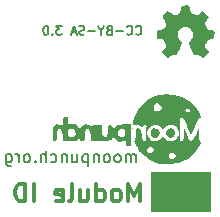
<source format=gbo>
G04 (created by PCBNEW (2013-may-18)-stable) date Sat 15 Aug 2015 05:53:37 PM CST*
%MOIN*%
G04 Gerber Fmt 3.4, Leading zero omitted, Abs format*
%FSLAX34Y34*%
G01*
G70*
G90*
G04 APERTURE LIST*
%ADD10C,0.00590551*%
%ADD11C,0.011811*%
%ADD12C,0.00787402*%
%ADD13C,0.0075*%
%ADD14C,0.0001*%
G04 APERTURE END LIST*
G54D10*
G54D11*
X83641Y-58073D02*
X83641Y-57483D01*
X83444Y-57904D01*
X83248Y-57483D01*
X83248Y-58073D01*
X82882Y-58073D02*
X82938Y-58045D01*
X82966Y-58017D01*
X82994Y-57961D01*
X82994Y-57792D01*
X82966Y-57736D01*
X82938Y-57708D01*
X82882Y-57679D01*
X82798Y-57679D01*
X82741Y-57708D01*
X82713Y-57736D01*
X82685Y-57792D01*
X82685Y-57961D01*
X82713Y-58017D01*
X82741Y-58045D01*
X82798Y-58073D01*
X82882Y-58073D01*
X82179Y-58073D02*
X82179Y-57483D01*
X82179Y-58045D02*
X82235Y-58073D01*
X82348Y-58073D01*
X82404Y-58045D01*
X82432Y-58017D01*
X82460Y-57961D01*
X82460Y-57792D01*
X82432Y-57736D01*
X82404Y-57708D01*
X82348Y-57679D01*
X82235Y-57679D01*
X82179Y-57708D01*
X81645Y-57679D02*
X81645Y-58073D01*
X81898Y-57679D02*
X81898Y-57989D01*
X81870Y-58045D01*
X81813Y-58073D01*
X81729Y-58073D01*
X81673Y-58045D01*
X81645Y-58017D01*
X81279Y-58073D02*
X81335Y-58045D01*
X81363Y-57989D01*
X81363Y-57483D01*
X80829Y-58045D02*
X80885Y-58073D01*
X80998Y-58073D01*
X81054Y-58045D01*
X81082Y-57989D01*
X81082Y-57764D01*
X81054Y-57708D01*
X80998Y-57679D01*
X80885Y-57679D01*
X80829Y-57708D01*
X80801Y-57764D01*
X80801Y-57820D01*
X81082Y-57876D01*
X80098Y-58073D02*
X80098Y-57483D01*
X79817Y-58073D02*
X79817Y-57483D01*
X79676Y-57483D01*
X79592Y-57511D01*
X79535Y-57567D01*
X79507Y-57623D01*
X79479Y-57736D01*
X79479Y-57820D01*
X79507Y-57933D01*
X79535Y-57989D01*
X79592Y-58045D01*
X79676Y-58073D01*
X79817Y-58073D01*
G54D12*
X83494Y-56773D02*
X83494Y-56511D01*
X83494Y-56548D02*
X83475Y-56529D01*
X83438Y-56511D01*
X83382Y-56511D01*
X83344Y-56529D01*
X83325Y-56567D01*
X83325Y-56773D01*
X83325Y-56567D02*
X83307Y-56529D01*
X83269Y-56511D01*
X83213Y-56511D01*
X83175Y-56529D01*
X83157Y-56567D01*
X83157Y-56773D01*
X82913Y-56773D02*
X82950Y-56754D01*
X82969Y-56736D01*
X82988Y-56698D01*
X82988Y-56586D01*
X82969Y-56548D01*
X82950Y-56529D01*
X82913Y-56511D01*
X82857Y-56511D01*
X82819Y-56529D01*
X82800Y-56548D01*
X82782Y-56586D01*
X82782Y-56698D01*
X82800Y-56736D01*
X82819Y-56754D01*
X82857Y-56773D01*
X82913Y-56773D01*
X82557Y-56773D02*
X82594Y-56754D01*
X82613Y-56736D01*
X82632Y-56698D01*
X82632Y-56586D01*
X82613Y-56548D01*
X82594Y-56529D01*
X82557Y-56511D01*
X82500Y-56511D01*
X82463Y-56529D01*
X82444Y-56548D01*
X82425Y-56586D01*
X82425Y-56698D01*
X82444Y-56736D01*
X82463Y-56754D01*
X82500Y-56773D01*
X82557Y-56773D01*
X82257Y-56511D02*
X82257Y-56773D01*
X82257Y-56548D02*
X82238Y-56529D01*
X82200Y-56511D01*
X82144Y-56511D01*
X82107Y-56529D01*
X82088Y-56567D01*
X82088Y-56773D01*
X81901Y-56511D02*
X81901Y-56904D01*
X81901Y-56529D02*
X81863Y-56511D01*
X81788Y-56511D01*
X81751Y-56529D01*
X81732Y-56548D01*
X81713Y-56586D01*
X81713Y-56698D01*
X81732Y-56736D01*
X81751Y-56754D01*
X81788Y-56773D01*
X81863Y-56773D01*
X81901Y-56754D01*
X81376Y-56511D02*
X81376Y-56773D01*
X81544Y-56511D02*
X81544Y-56717D01*
X81526Y-56754D01*
X81488Y-56773D01*
X81432Y-56773D01*
X81394Y-56754D01*
X81376Y-56736D01*
X81188Y-56511D02*
X81188Y-56773D01*
X81188Y-56548D02*
X81169Y-56529D01*
X81132Y-56511D01*
X81076Y-56511D01*
X81038Y-56529D01*
X81019Y-56567D01*
X81019Y-56773D01*
X80663Y-56754D02*
X80701Y-56773D01*
X80776Y-56773D01*
X80813Y-56754D01*
X80832Y-56736D01*
X80851Y-56698D01*
X80851Y-56586D01*
X80832Y-56548D01*
X80813Y-56529D01*
X80776Y-56511D01*
X80701Y-56511D01*
X80663Y-56529D01*
X80494Y-56773D02*
X80494Y-56379D01*
X80326Y-56773D02*
X80326Y-56567D01*
X80344Y-56529D01*
X80382Y-56511D01*
X80438Y-56511D01*
X80476Y-56529D01*
X80494Y-56548D01*
X80138Y-56736D02*
X80119Y-56754D01*
X80138Y-56773D01*
X80157Y-56754D01*
X80138Y-56736D01*
X80138Y-56773D01*
X79895Y-56773D02*
X79932Y-56754D01*
X79951Y-56736D01*
X79970Y-56698D01*
X79970Y-56586D01*
X79951Y-56548D01*
X79932Y-56529D01*
X79895Y-56511D01*
X79838Y-56511D01*
X79801Y-56529D01*
X79782Y-56548D01*
X79763Y-56586D01*
X79763Y-56698D01*
X79782Y-56736D01*
X79801Y-56754D01*
X79838Y-56773D01*
X79895Y-56773D01*
X79595Y-56773D02*
X79595Y-56511D01*
X79595Y-56586D02*
X79576Y-56548D01*
X79557Y-56529D01*
X79520Y-56511D01*
X79482Y-56511D01*
X79182Y-56511D02*
X79182Y-56829D01*
X79201Y-56867D01*
X79220Y-56886D01*
X79257Y-56904D01*
X79313Y-56904D01*
X79351Y-56886D01*
X79182Y-56754D02*
X79220Y-56773D01*
X79295Y-56773D01*
X79332Y-56754D01*
X79351Y-56736D01*
X79370Y-56698D01*
X79370Y-56586D01*
X79351Y-56548D01*
X79332Y-56529D01*
X79295Y-56511D01*
X79220Y-56511D01*
X79182Y-56529D01*
G54D13*
X83497Y-52494D02*
X83511Y-52508D01*
X83554Y-52523D01*
X83582Y-52523D01*
X83625Y-52508D01*
X83654Y-52480D01*
X83668Y-52451D01*
X83682Y-52394D01*
X83682Y-52351D01*
X83668Y-52294D01*
X83654Y-52265D01*
X83625Y-52237D01*
X83582Y-52223D01*
X83554Y-52223D01*
X83511Y-52237D01*
X83497Y-52251D01*
X83197Y-52494D02*
X83211Y-52508D01*
X83254Y-52523D01*
X83282Y-52523D01*
X83325Y-52508D01*
X83354Y-52480D01*
X83368Y-52451D01*
X83382Y-52394D01*
X83382Y-52351D01*
X83368Y-52294D01*
X83354Y-52265D01*
X83325Y-52237D01*
X83282Y-52223D01*
X83254Y-52223D01*
X83211Y-52237D01*
X83197Y-52251D01*
X83068Y-52408D02*
X82840Y-52408D01*
X82597Y-52365D02*
X82554Y-52380D01*
X82540Y-52394D01*
X82525Y-52423D01*
X82525Y-52465D01*
X82540Y-52494D01*
X82554Y-52508D01*
X82582Y-52523D01*
X82697Y-52523D01*
X82697Y-52223D01*
X82597Y-52223D01*
X82568Y-52237D01*
X82554Y-52251D01*
X82540Y-52280D01*
X82540Y-52308D01*
X82554Y-52337D01*
X82568Y-52351D01*
X82597Y-52365D01*
X82697Y-52365D01*
X82340Y-52380D02*
X82340Y-52523D01*
X82440Y-52223D02*
X82340Y-52380D01*
X82240Y-52223D01*
X82140Y-52408D02*
X81911Y-52408D01*
X81782Y-52508D02*
X81740Y-52523D01*
X81668Y-52523D01*
X81640Y-52508D01*
X81625Y-52494D01*
X81611Y-52465D01*
X81611Y-52437D01*
X81625Y-52408D01*
X81640Y-52394D01*
X81668Y-52380D01*
X81725Y-52365D01*
X81754Y-52351D01*
X81768Y-52337D01*
X81782Y-52308D01*
X81782Y-52280D01*
X81768Y-52251D01*
X81754Y-52237D01*
X81725Y-52223D01*
X81654Y-52223D01*
X81611Y-52237D01*
X81497Y-52437D02*
X81354Y-52437D01*
X81525Y-52523D02*
X81425Y-52223D01*
X81325Y-52523D01*
X81025Y-52223D02*
X80840Y-52223D01*
X80940Y-52337D01*
X80897Y-52337D01*
X80868Y-52351D01*
X80854Y-52365D01*
X80840Y-52394D01*
X80840Y-52465D01*
X80854Y-52494D01*
X80868Y-52508D01*
X80897Y-52523D01*
X80982Y-52523D01*
X81011Y-52508D01*
X81025Y-52494D01*
X80711Y-52494D02*
X80697Y-52508D01*
X80711Y-52523D01*
X80725Y-52508D01*
X80711Y-52494D01*
X80711Y-52523D01*
X80511Y-52223D02*
X80482Y-52223D01*
X80454Y-52237D01*
X80440Y-52251D01*
X80425Y-52280D01*
X80411Y-52337D01*
X80411Y-52408D01*
X80425Y-52465D01*
X80440Y-52494D01*
X80454Y-52508D01*
X80482Y-52523D01*
X80511Y-52523D01*
X80540Y-52508D01*
X80554Y-52494D01*
X80568Y-52465D01*
X80582Y-52408D01*
X80582Y-52337D01*
X80568Y-52280D01*
X80554Y-52251D01*
X80540Y-52237D01*
X80511Y-52223D01*
G54D14*
G36*
X86000Y-58422D02*
X85000Y-58422D01*
X84000Y-58422D01*
X84000Y-57755D01*
X84000Y-57089D01*
X85000Y-57089D01*
X86000Y-57089D01*
X86000Y-57755D01*
X86000Y-58422D01*
X86000Y-58422D01*
X86000Y-58422D01*
G37*
G36*
X86120Y-52466D02*
X86117Y-52518D01*
X86106Y-52606D01*
X86080Y-52648D01*
X86022Y-52664D01*
X85997Y-52667D01*
X85910Y-52690D01*
X85853Y-52751D01*
X85834Y-52788D01*
X85802Y-52865D01*
X85804Y-52920D01*
X85842Y-52986D01*
X85856Y-53005D01*
X85931Y-53111D01*
X85839Y-53207D01*
X85747Y-53304D01*
X85650Y-53235D01*
X85568Y-53193D01*
X85496Y-53181D01*
X85490Y-53182D01*
X85451Y-53180D01*
X85414Y-53143D01*
X85372Y-53059D01*
X85346Y-52995D01*
X85264Y-52790D01*
X85344Y-52696D01*
X85411Y-52580D01*
X85412Y-52469D01*
X85346Y-52359D01*
X85326Y-52337D01*
X85214Y-52258D01*
X85103Y-52246D01*
X84996Y-52299D01*
X84972Y-52321D01*
X84903Y-52430D01*
X84891Y-52551D01*
X84935Y-52663D01*
X84969Y-52703D01*
X85049Y-52777D01*
X84964Y-52991D01*
X84916Y-53104D01*
X84880Y-53167D01*
X84845Y-53190D01*
X84808Y-53187D01*
X84723Y-53196D01*
X84652Y-53236D01*
X84566Y-53303D01*
X84474Y-53207D01*
X84382Y-53111D01*
X84450Y-53000D01*
X84492Y-52920D01*
X84498Y-52857D01*
X84473Y-52783D01*
X84425Y-52705D01*
X84353Y-52672D01*
X84317Y-52667D01*
X84247Y-52655D01*
X84213Y-52623D01*
X84199Y-52552D01*
X84196Y-52515D01*
X84193Y-52426D01*
X84210Y-52382D01*
X84266Y-52362D01*
X84319Y-52353D01*
X84413Y-52329D01*
X84464Y-52283D01*
X84488Y-52232D01*
X84505Y-52149D01*
X84481Y-52077D01*
X84456Y-52039D01*
X84404Y-51956D01*
X84398Y-51898D01*
X84438Y-51841D01*
X84470Y-51809D01*
X84550Y-51734D01*
X84682Y-51810D01*
X84766Y-51855D01*
X84819Y-51868D01*
X84868Y-51850D01*
X84902Y-51829D01*
X84964Y-51769D01*
X84990Y-51708D01*
X85004Y-51606D01*
X85056Y-51554D01*
X85156Y-51540D01*
X85157Y-51540D01*
X85240Y-51544D01*
X85280Y-51571D01*
X85301Y-51640D01*
X85306Y-51670D01*
X85334Y-51767D01*
X85388Y-51822D01*
X85424Y-51840D01*
X85497Y-51861D01*
X85559Y-51847D01*
X85624Y-51806D01*
X85728Y-51732D01*
X85825Y-51824D01*
X85922Y-51917D01*
X85852Y-52030D01*
X85809Y-52113D01*
X85803Y-52178D01*
X85823Y-52238D01*
X85867Y-52308D01*
X85942Y-52346D01*
X85995Y-52357D01*
X86078Y-52374D01*
X86114Y-52403D01*
X86120Y-52466D01*
X86120Y-52466D01*
X86120Y-52466D01*
G37*
G36*
X85679Y-55288D02*
X85665Y-55288D01*
X85638Y-55284D01*
X85608Y-55310D01*
X85568Y-55375D01*
X85515Y-55488D01*
X85460Y-55611D01*
X85407Y-55725D01*
X85363Y-55807D01*
X85333Y-55845D01*
X85326Y-55845D01*
X85305Y-55804D01*
X85294Y-55779D01*
X85294Y-55036D01*
X85270Y-54980D01*
X85229Y-54969D01*
X85160Y-54989D01*
X85134Y-55036D01*
X85144Y-55069D01*
X85194Y-55103D01*
X85254Y-55095D01*
X85292Y-55054D01*
X85294Y-55036D01*
X85294Y-55779D01*
X85266Y-55717D01*
X85217Y-55599D01*
X85196Y-55544D01*
X85136Y-55403D01*
X85089Y-55317D01*
X85049Y-55276D01*
X85024Y-55269D01*
X84997Y-55274D01*
X84979Y-55296D01*
X84968Y-55345D01*
X84963Y-55434D01*
X84961Y-55572D01*
X84961Y-55669D01*
X84962Y-55838D01*
X84965Y-55951D01*
X84972Y-56020D01*
X84986Y-56055D01*
X85008Y-56068D01*
X85026Y-56069D01*
X85061Y-56061D01*
X85082Y-56028D01*
X85094Y-55956D01*
X85101Y-55846D01*
X85111Y-55622D01*
X85199Y-55837D01*
X85249Y-55946D01*
X85298Y-56027D01*
X85334Y-56062D01*
X85335Y-56062D01*
X85378Y-56037D01*
X85435Y-55950D01*
X85487Y-55846D01*
X85591Y-55619D01*
X85592Y-55841D01*
X85600Y-55983D01*
X85620Y-56062D01*
X85636Y-56078D01*
X85652Y-56114D01*
X85629Y-56186D01*
X85574Y-56284D01*
X85493Y-56394D01*
X85394Y-56504D01*
X85234Y-56645D01*
X85069Y-56740D01*
X84919Y-56786D01*
X84919Y-55744D01*
X84900Y-55685D01*
X84820Y-55577D01*
X84713Y-55522D01*
X84594Y-55525D01*
X84478Y-55587D01*
X84457Y-55606D01*
X84388Y-55675D01*
X84352Y-55636D01*
X84352Y-54949D01*
X84330Y-54879D01*
X84275Y-54828D01*
X84203Y-54811D01*
X84143Y-54837D01*
X84106Y-54899D01*
X84094Y-54980D01*
X84113Y-55044D01*
X84116Y-55047D01*
X84177Y-55069D01*
X84258Y-55060D01*
X84323Y-55024D01*
X84326Y-55021D01*
X84352Y-54949D01*
X84352Y-55636D01*
X84324Y-55606D01*
X84217Y-55532D01*
X84101Y-55518D01*
X83992Y-55559D01*
X83905Y-55654D01*
X83888Y-55685D01*
X83863Y-55804D01*
X83891Y-55911D01*
X83958Y-55996D01*
X84051Y-56050D01*
X84158Y-56063D01*
X84265Y-56026D01*
X84312Y-55987D01*
X84394Y-55906D01*
X84476Y-55987D01*
X84578Y-56052D01*
X84687Y-56062D01*
X84788Y-56026D01*
X84869Y-55955D01*
X84918Y-55858D01*
X84919Y-55744D01*
X84919Y-56786D01*
X84883Y-56798D01*
X84820Y-56805D01*
X84820Y-56549D01*
X84789Y-56489D01*
X84718Y-56455D01*
X84691Y-56453D01*
X84624Y-56472D01*
X84600Y-56532D01*
X84613Y-56614D01*
X84665Y-56660D01*
X84736Y-56660D01*
X84796Y-56616D01*
X84820Y-56549D01*
X84820Y-56805D01*
X84657Y-56824D01*
X84594Y-56827D01*
X84416Y-56828D01*
X84286Y-56818D01*
X84183Y-56795D01*
X84136Y-56778D01*
X84086Y-56752D01*
X84086Y-56349D01*
X84056Y-56288D01*
X83985Y-56255D01*
X83958Y-56253D01*
X83888Y-56279D01*
X83861Y-56347D01*
X83874Y-56421D01*
X83919Y-56462D01*
X83989Y-56463D01*
X84056Y-56424D01*
X84063Y-56416D01*
X84086Y-56349D01*
X84086Y-56752D01*
X83957Y-56685D01*
X83786Y-56564D01*
X83647Y-56433D01*
X83617Y-56396D01*
X83553Y-56302D01*
X83499Y-56203D01*
X83462Y-56115D01*
X83448Y-56054D01*
X83460Y-56036D01*
X83479Y-56005D01*
X83491Y-55925D01*
X83494Y-55834D01*
X83495Y-55722D01*
X83504Y-55663D01*
X83527Y-55640D01*
X83571Y-55640D01*
X83586Y-55642D01*
X83637Y-55653D01*
X83667Y-55680D01*
X83683Y-55742D01*
X83694Y-55852D01*
X83709Y-55970D01*
X83730Y-56035D01*
X83763Y-56062D01*
X83769Y-56063D01*
X83804Y-56060D01*
X83822Y-56022D01*
X83827Y-55936D01*
X83828Y-55909D01*
X83832Y-55787D01*
X83843Y-55673D01*
X83848Y-55640D01*
X83857Y-55568D01*
X83836Y-55540D01*
X83798Y-55536D01*
X83742Y-55550D01*
X83728Y-55570D01*
X83704Y-55585D01*
X83654Y-55565D01*
X83563Y-55536D01*
X83487Y-55529D01*
X83426Y-55521D01*
X83398Y-55485D01*
X83401Y-55414D01*
X83436Y-55296D01*
X83463Y-55222D01*
X83572Y-55015D01*
X83731Y-54825D01*
X83925Y-54670D01*
X84016Y-54618D01*
X84140Y-54562D01*
X84259Y-54529D01*
X84401Y-54512D01*
X84483Y-54508D01*
X84782Y-54522D01*
X85045Y-54593D01*
X85273Y-54719D01*
X85463Y-54900D01*
X85525Y-54982D01*
X85588Y-55081D01*
X85639Y-55175D01*
X85671Y-55248D01*
X85679Y-55288D01*
X85679Y-55288D01*
X85679Y-55288D01*
G37*
G36*
X83328Y-56236D02*
X83244Y-56236D01*
X83184Y-56225D01*
X83163Y-56179D01*
X83161Y-56137D01*
X83156Y-56069D01*
X83150Y-56065D01*
X83150Y-55777D01*
X83125Y-55700D01*
X83065Y-55654D01*
X82981Y-55656D01*
X82977Y-55657D01*
X82926Y-55707D01*
X82904Y-55788D01*
X82916Y-55867D01*
X82928Y-55886D01*
X83000Y-55931D01*
X83077Y-55920D01*
X83128Y-55868D01*
X83150Y-55777D01*
X83150Y-56065D01*
X83130Y-56055D01*
X83085Y-56072D01*
X82981Y-56086D01*
X82874Y-56052D01*
X82792Y-55978D01*
X82789Y-55973D01*
X82756Y-55928D01*
X82733Y-55940D01*
X82712Y-55980D01*
X82685Y-56018D01*
X82640Y-56041D01*
X82561Y-56053D01*
X82436Y-56058D01*
X82197Y-56064D01*
X82185Y-55842D01*
X82174Y-55619D01*
X82167Y-55844D01*
X82162Y-55963D01*
X82153Y-56031D01*
X82132Y-56061D01*
X82094Y-56069D01*
X82078Y-56069D01*
X82029Y-56064D01*
X82005Y-56039D01*
X81995Y-55976D01*
X81994Y-55890D01*
X81983Y-55752D01*
X81950Y-55674D01*
X81944Y-55669D01*
X81882Y-55644D01*
X81833Y-55680D01*
X81803Y-55771D01*
X81794Y-55890D01*
X81792Y-55993D01*
X81780Y-56047D01*
X81751Y-56066D01*
X81707Y-56069D01*
X81646Y-56061D01*
X81634Y-56023D01*
X81642Y-55982D01*
X81664Y-55895D01*
X81587Y-55982D01*
X81536Y-56032D01*
X81490Y-56057D01*
X81490Y-55819D01*
X81483Y-55729D01*
X81445Y-55670D01*
X81373Y-55645D01*
X81311Y-55649D01*
X81252Y-55677D01*
X81230Y-55734D01*
X81228Y-55784D01*
X81239Y-55865D01*
X81266Y-55912D01*
X81269Y-55914D01*
X81374Y-55931D01*
X81454Y-55896D01*
X81490Y-55819D01*
X81490Y-56057D01*
X81481Y-56062D01*
X81404Y-56075D01*
X81286Y-56076D01*
X81219Y-56074D01*
X81061Y-56069D01*
X81061Y-55890D01*
X81050Y-55752D01*
X81016Y-55674D01*
X81011Y-55669D01*
X80948Y-55644D01*
X80900Y-55680D01*
X80870Y-55771D01*
X80861Y-55890D01*
X80858Y-55994D01*
X80845Y-56048D01*
X80816Y-56068D01*
X80794Y-56069D01*
X80760Y-56063D01*
X80740Y-56036D01*
X80730Y-55973D01*
X80728Y-55862D01*
X80728Y-55823D01*
X80734Y-55668D01*
X80757Y-55570D01*
X80803Y-55519D01*
X80879Y-55506D01*
X80944Y-55513D01*
X81061Y-55532D01*
X81061Y-55400D01*
X81065Y-55316D01*
X81087Y-55278D01*
X81141Y-55269D01*
X81159Y-55269D01*
X81223Y-55274D01*
X81246Y-55302D01*
X81240Y-55374D01*
X81238Y-55386D01*
X81219Y-55503D01*
X81372Y-55503D01*
X81479Y-55511D01*
X81547Y-55542D01*
X81584Y-55581D01*
X81643Y-55660D01*
X81678Y-55589D01*
X81740Y-55530D01*
X81836Y-55507D01*
X81939Y-55525D01*
X81959Y-55535D01*
X82011Y-55554D01*
X82027Y-55545D01*
X82057Y-55533D01*
X82134Y-55528D01*
X82194Y-55531D01*
X82361Y-55542D01*
X82361Y-55702D01*
X82376Y-55829D01*
X82417Y-55908D01*
X82481Y-55931D01*
X82510Y-55924D01*
X82542Y-55889D01*
X82558Y-55807D01*
X82561Y-55720D01*
X82563Y-55615D01*
X82574Y-55560D01*
X82602Y-55539D01*
X82644Y-55536D01*
X82706Y-55548D01*
X82727Y-55599D01*
X82729Y-55628D01*
X82730Y-55719D01*
X82779Y-55630D01*
X82820Y-55569D01*
X82874Y-55533D01*
X82956Y-55514D01*
X83084Y-55508D01*
X83136Y-55508D01*
X83328Y-55508D01*
X83328Y-55872D01*
X83328Y-56236D01*
X83328Y-56236D01*
X83328Y-56236D01*
G37*
G36*
X83428Y-55953D02*
X83411Y-55969D01*
X83394Y-55953D01*
X83411Y-55936D01*
X83428Y-55953D01*
X83428Y-55953D01*
X83428Y-55953D01*
G37*
G36*
X85728Y-55919D02*
X85711Y-55936D01*
X85694Y-55919D01*
X85711Y-55903D01*
X85728Y-55919D01*
X85728Y-55919D01*
X85728Y-55919D01*
G37*
G36*
X83387Y-55662D02*
X83383Y-55678D01*
X83371Y-55682D01*
X83366Y-55636D01*
X83371Y-55589D01*
X83383Y-55594D01*
X83387Y-55662D01*
X83387Y-55662D01*
X83387Y-55662D01*
G37*
G36*
X85728Y-55419D02*
X85711Y-55436D01*
X85694Y-55419D01*
X85711Y-55403D01*
X85728Y-55419D01*
X85728Y-55419D01*
X85728Y-55419D01*
G37*
G36*
X84291Y-55784D02*
X84272Y-55850D01*
X84228Y-55903D01*
X84165Y-55956D01*
X84113Y-55962D01*
X84053Y-55933D01*
X84009Y-55874D01*
X83995Y-55787D01*
X84015Y-55703D01*
X84034Y-55676D01*
X84109Y-55639D01*
X84194Y-55647D01*
X84257Y-55695D01*
X84260Y-55700D01*
X84291Y-55784D01*
X84291Y-55784D01*
X84291Y-55784D01*
G37*
G36*
X84790Y-55750D02*
X84789Y-55840D01*
X84755Y-55915D01*
X84730Y-55935D01*
X84666Y-55964D01*
X84622Y-55957D01*
X84566Y-55907D01*
X84561Y-55903D01*
X84505Y-55830D01*
X84502Y-55762D01*
X84529Y-55700D01*
X84589Y-55649D01*
X84673Y-55638D01*
X84750Y-55672D01*
X84754Y-55676D01*
X84790Y-55750D01*
X84790Y-55750D01*
X84790Y-55750D01*
G37*
M02*

</source>
